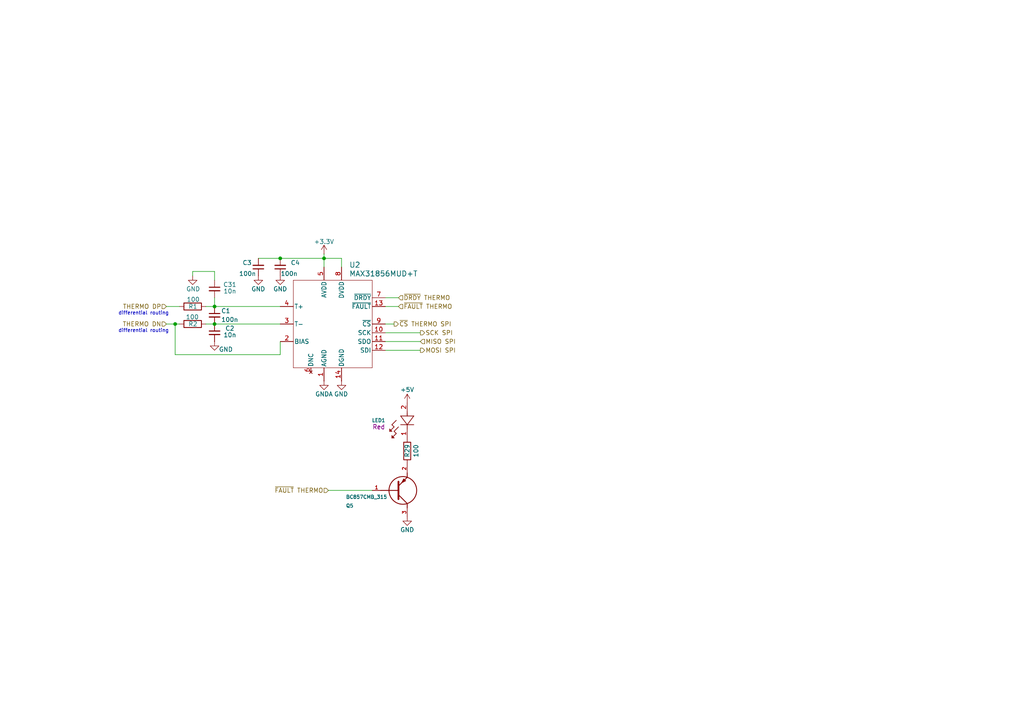
<source format=kicad_sch>
(kicad_sch (version 20250114) (generator "eeschema") (generator_version "9.0")
  (paper "A4")
  (lib_symbols
    (symbol "BC857CMB_315:BC857CMB_315" (pin_names (offset 1.016))
      (property "Reference" "Q" (at 3.81 1.27 0))
      (property "Value" "BC857CMB_315" (at 3.81 -1.27 0))
      (symbol "BC857CMB_315_0_0"
        (polyline (pts (xy -7.62 0) (xy -2.54 0)) (stroke (width 0.254)))
        (polyline (pts (xy -2.54 2.54) (xy -2.54 -2.54)) (stroke (width 0.508)))
        (polyline (pts (xy -2.54 1.27) (xy 0 3.81)) (stroke (width 0.254)))
        (polyline (pts (xy -2.54 -1.27) (xy 0 -3.81)) (stroke (width 0.254)))
        (circle (center -1.27 0) (radius 4.016) (stroke (width 0.254)))
        (polyline (pts (xy -0.508 -2.794) (xy -1.016 -3.302) (xy -1.524 -2.286) (xy -0.508 -2.794)) (stroke (width 0.254)) (fill (type outline)))
        (polyline (pts (xy 0 3.81) (xy 0 5.08)) (stroke (width 0.254)))
        (polyline (pts (xy 0 -3.81) (xy 0 -5.08)) (stroke (width 0.254)))
        (pin passive line (at -10.16 0 0) (length 2.54) (name "~") (number "1"))
        (pin passive line (at 0 7.62 270) (length 2.54) (name "~") (number "3"))
        (pin passive line (at 0 -7.62 90) (length 2.54) (name "~") (number "2"))
      )
    )
    (symbol "Device:C_Small" (pin_numbers (hide yes)) (pin_names (offset 0.254) (hide yes))
      (property "Reference" "C" (at 0.254 1.778 0))
      (property "Value" "C_Small" (at 0.254 -2.032 0))
      (symbol "C_Small_0_1"
        (polyline (pts (xy -1.524 0.508) (xy 1.524 0.508)) (stroke (width 0.3048)))
        (polyline (pts (xy -1.524 -0.508) (xy 1.524 -0.508)) (stroke (width 0.3302)))
      )
      (symbol "C_Small_1_1"
        (pin passive line (at 0 2.54 270) (length 2.032) (name "~") (number "1"))
        (pin passive line (at 0 -2.54 90) (length 2.032) (name "~") (number "2"))
      )
    )
    (symbol "Device:R" (pin_numbers (hide yes)) (pin_names (offset 0))
      (property "Reference" "R" (at 2.032 0 90))
      (property "Value" "R" (at 0 0 90))
      (symbol "R_0_1"
        (rectangle (start -1.016 -2.54) (end 1.016 2.54) (stroke (width 0.254)))
      )
      (symbol "R_1_1"
        (pin passive line (at 0 3.81 270) (length 1.27) (name "~") (number "1"))
        (pin passive line (at 0 -3.81 90) (length 1.27) (name "~") (number "2"))
      )
    )
    (symbol "MAX31856MUD-T:MAX31856MUD+T" (pin_names (offset 0.254))
      (property "Reference" "U" (at 19.05 22.606 0))
      (property "Value" "MAX31856MUD+T" (at 19.812 19.812 0))
      (symbol "MAX31856MUD+T_0_1"
        (polyline (pts (xy 7.62 5.08) (xy 7.62 -20.32)) (stroke (width 0.127)))
        (polyline (pts (xy 7.62 -20.32) (xy 30.48 -20.32)) (stroke (width 0.127)))
        (polyline (pts (xy 30.48 5.08) (xy 7.62 5.08)) (stroke (width 0.127)))
        (polyline (pts (xy 30.48 -20.32) (xy 30.48 5.08)) (stroke (width 0.127)))
      )
      (symbol "MAX31856MUD+T_1_1"
        (pin passive line (at 3.81 -2.54 0) (length 3.81) (name "T+") (number "4"))
        (pin passive line (at 3.81 -7.62 0) (length 3.81) (name "T-") (number "3"))
        (pin passive line (at 3.81 -12.7 0) (length 3.81) (name "BIAS") (number "2"))
        (pin no_connect line (at 12.7 -21.59 90) (length 1.27) (name "DNC") (number "6"))
        (pin passive line (at 16.51 8.89 270) (length 3.81) (name "AVDD") (number "5"))
        (pin passive line (at 16.51 -24.13 90) (length 3.81) (name "AGND") (number "1"))
        (pin passive line (at 21.59 8.89 270) (length 3.81) (name "DVDD") (number "8"))
        (pin passive line (at 21.59 -24.13 90) (length 3.81) (name "DGND") (number "14"))
        (pin passive line (at 34.29 0 180) (length 3.81) (name "~{DRDY}") (number "7"))
        (pin passive line (at 34.29 -2.54 180) (length 3.81) (name "~{FAULT}") (number "13"))
        (pin passive line (at 34.29 -7.62 180) (length 3.81) (name "~{CS}") (number "9"))
        (pin passive line (at 34.29 -10.16 180) (length 3.81) (name "SCK") (number "10"))
        (pin passive line (at 34.29 -12.7 180) (length 3.81) (name "SDO") (number "11"))
        (pin passive line (at 34.29 -15.24 180) (length 3.81) (name "SDI") (number "12"))
      )
    )
    (symbol "VLMS1500-GS08:VLMS1500-GS08" (pin_names (offset 0.254))
      (property "Reference" "LED" (at 5.08 -4.445 0))
      (property "Value" "VLMS1500-GS08" (at 5.08 -7.62 0))
      (symbol "VLMS1500-GS08_0_1"
        (polyline (pts (xy 2.54 0) (xy 3.4798 0)) (stroke (width 0.2032)))
        (polyline (pts (xy 3.175 0) (xy 3.81 0)) (stroke (width 0.2032)))
        (polyline (pts (xy 3.81 1.905) (xy 3.81 -1.905)) (stroke (width 0.2032)))
        (polyline (pts (xy 3.81 -1.905) (xy 6.35 0)) (stroke (width 0.2032)))
        (polyline (pts (xy 5.08 3.175) (xy 6.35 4.445)) (stroke (width 0.2032)))
        (polyline (pts (xy 6.35 4.445) (xy 6.985 3.81)) (stroke (width 0.2032)))
        (polyline (pts (xy 6.35 0) (xy 3.81 1.905)) (stroke (width 0.2032)))
        (polyline (pts (xy 6.35 0) (xy 7.62 0)) (stroke (width 0.2032)))
        (polyline (pts (xy 6.35 -1.905) (xy 6.35 1.905)) (stroke (width 0.2032)))
        (polyline (pts (xy 6.985 3.81) (xy 8.255 5.08)) (stroke (width 0.2032)))
        (polyline (pts (xy 6.985 2.54) (xy 8.255 3.81)) (stroke (width 0.2032)))
        (polyline (pts (xy 7.62 5.08) (xy 8.255 4.445)) (stroke (width 0.2032)))
        (polyline (pts (xy 8.255 5.08) (xy 7.62 5.08)) (stroke (width 0.2032)))
        (polyline (pts (xy 8.255 4.445) (xy 8.255 5.08)) (stroke (width 0.2032)))
        (polyline (pts (xy 8.255 3.81) (xy 8.89 3.175)) (stroke (width 0.2032)))
        (polyline (pts (xy 8.89 3.175) (xy 10.16 4.445)) (stroke (width 0.2032)))
        (polyline (pts (xy 9.525 4.445) (xy 10.16 3.81)) (stroke (width 0.2032)))
        (polyline (pts (xy 10.16 4.445) (xy 9.525 4.445)) (stroke (width 0.2032)))
        (polyline (pts (xy 10.16 3.81) (xy 10.16 4.445)) (stroke (width 0.2032)))
        (pin passive line (at 0 0 0) (length 2.54) (name "") (number "2"))
        (pin passive line (at 10.16 0 180) (length 2.54) (name "") (number "1"))
      )
    )
    (symbol "power:+3.3V" (power) (pin_numbers (hide yes)) (pin_names (offset 0) (hide yes))
      (property "Value" "+3.3V" (at 0 3.556 0))
      (symbol "+3.3V_0_1"
        (polyline (pts (xy -0.762 1.27) (xy 0 2.54)))
        (polyline (pts (xy 0 2.54) (xy 0.762 1.27)))
        (polyline (pts (xy 0 0) (xy 0 2.54)))
      )
      (symbol "+3.3V_1_1"
        (pin power_in line (at 0 0 90) (length 0) (name "~") (number "1"))
      )
    )
    (symbol "power:+5V" (power) (pin_numbers (hide yes)) (pin_names (offset 0) (hide yes))
      (property "Value" "+5V" (at 0 3.556 0))
      (symbol "+5V_0_1"
        (polyline (pts (xy -0.762 1.27) (xy 0 2.54)))
        (polyline (pts (xy 0 2.54) (xy 0.762 1.27)))
        (polyline (pts (xy 0 0) (xy 0 2.54)))
      )
      (symbol "+5V_1_1"
        (pin power_in line (at 0 0 90) (length 0) (name "~") (number "1"))
      )
    )
    (symbol "power:GND" (power) (pin_numbers (hide yes)) (pin_names (offset 0) (hide yes))
      (property "Value" "GND" (at 0 -3.81 0))
      (symbol "GND_0_1"
        (polyline (pts (xy 0 0) (xy 0 -1.27) (xy 1.27 -1.27) (xy 0 -2.54) (xy -1.27 -1.27) (xy 0 -1.27)))
      )
      (symbol "GND_1_1"
        (pin power_in line (at 0 0 270) (length 0) (name "~") (number "1"))
      )
    )
    (symbol "power:GNDA" (power) (pin_numbers (hide yes)) (pin_names (offset 0) (hide yes))
      (property "Value" "GNDA" (at 0 -3.81 0))
      (symbol "GNDA_0_1"
        (polyline (pts (xy 0 0) (xy 0 -1.27) (xy 1.27 -1.27) (xy 0 -2.54) (xy -1.27 -1.27) (xy 0 -1.27)))
      )
      (symbol "GNDA_1_1"
        (pin power_in line (at 0 0 270) (length 0) (name "~") (number "1"))
      )
    )
  )
  (text "differential routing\n" (at 41.656 90.932 0) (effects (font (size 1.016 1.016))))
  (text "differential routing\n" (at 41.656 96.012 0) (effects (font (size 1.016 1.016))))
  (junction (at 62.23 93.98))
  (junction (at 62.23 88.9))
  (junction (at 81.28 74.93))
  (junction (at 93.98 74.93))
  (junction (at 50.8 93.98))
  (wire (pts (xy 50.8 102.87) (xy 50.8 93.98)))
  (wire (pts (xy 111.76 93.98) (xy 114.3 93.98)))
  (wire (pts (xy 81.28 74.93) (xy 93.98 74.93)))
  (wire (pts (xy 111.76 101.6) (xy 121.92 101.6)))
  (wire (pts (xy 111.76 99.06) (xy 121.92 99.06)))
  (wire (pts (xy 74.93 74.93) (xy 81.28 74.93)))
  (wire (pts (xy 55.88 80.01) (xy 55.88 78.74)))
  (wire (pts (xy 48.26 88.9) (xy 52.07 88.9)))
  (wire (pts (xy 55.88 78.74) (xy 62.23 78.74)))
  (wire (pts (xy 48.26 93.98) (xy 50.8 93.98)))
  (wire (pts (xy 62.23 93.98) (xy 81.28 93.98)))
  (wire (pts (xy 62.23 86.36) (xy 62.23 88.9)))
  (wire (pts (xy 93.98 74.93) (xy 99.06 74.93)))
  (wire (pts (xy 111.76 86.36) (xy 115.57 86.36)))
  (wire (pts (xy 81.28 99.06) (xy 81.28 102.87)))
  (wire (pts (xy 111.76 88.9) (xy 115.57 88.9)))
  (wire (pts (xy 95.25 142.24) (xy 107.95 142.24)))
  (wire (pts (xy 93.98 73.66) (xy 93.98 74.93)))
  (wire (pts (xy 59.69 93.98) (xy 62.23 93.98)))
  (wire (pts (xy 62.23 78.74) (xy 62.23 81.28)))
  (wire (pts (xy 111.76 96.52) (xy 121.92 96.52)))
  (wire (pts (xy 93.98 74.93) (xy 93.98 77.47)))
  (wire (pts (xy 59.69 88.9) (xy 62.23 88.9)))
  (wire (pts (xy 99.06 74.93) (xy 99.06 77.47)))
  (wire (pts (xy 50.8 93.98) (xy 52.07 93.98)))
  (wire (pts (xy 81.28 102.87) (xy 50.8 102.87)))
  (wire (pts (xy 62.23 88.9) (xy 81.28 88.9)))
  (hierarchical_label "MOSI SPI" (shape output) (at 121.92 101.6 0))
  (hierarchical_label "~{DRDY} THERMO" (shape input) (at 115.57 86.36 0))
  (hierarchical_label "~{FAULT} THERMO" (shape input) (at 115.57 88.9 0))
  (hierarchical_label "~{FAULT} THERMO" (shape input) (at 95.25 142.24 180))
  (hierarchical_label "SCK SPI" (shape output) (at 121.92 96.52 0))
  (hierarchical_label "MISO SPI" (shape input) (at 121.92 99.06 0))
  (hierarchical_label "~{CS} THERMO SPI" (shape output) (at 114.3 93.98 0))
  (hierarchical_label "THERMO DP" (shape input) (at 48.26 88.9 180))
  (hierarchical_label "THERMO DN" (shape input) (at 48.26 93.98 180))
  (symbol (lib_id "VLMS1500-GS08:VLMS1500-GS08") (at 118.11 116.84 90) (mirror x) (unit 1)
    (property "Reference" "LED1" (at 111.76 121.9199 90) (effects (font (size 1.016 1.016)) (justify left)))
    (property "Value" "VLMS1500-GS08" (effects (hide yes)))
    (property "Footprint" "LED-Red_VLMS1500-GS08:LED_00-GS08_VIS_RED" (effects (hide yes)))
    (property "Datasheet" "VLMS1500-GS08" (effects (hide yes)))
    (property "Description" "Red" (at 109.855 123.825 90))
    (instances (project "Hydra Breakout" (path "" (reference "LED1") (unit 1)) (path "" (reference "LED3") (unit 1)) (path "" (reference "LED2") (unit 1))))
  )
  (symbol (lib_id "power:GND") (at 62.23 99.06 0) (unit 1)
    (property "Reference" "#PWR01" (effects (hide yes)))
    (property "Value" "GND" (at 67.564 101.346 0) (effects (justify right)))
    (property "Description" "Power symbol creates a global label with name \"GND\" , ground" (effects (hide yes)))
    (instances (project "Hydra Breakout" (path "" (reference "#PWR01") (unit 1)) (path "" (reference "#PWR017") (unit 1)) (path "" (reference "#PWR07") (unit 1))))
  )
  (symbol (lib_id "power:GND") (at 55.88 80.01 0) (mirror y) (unit 1)
    (property "Reference" "#PWR04" (effects (hide yes)))
    (property "Value" "GND" (at 53.975 83.82 0) (effects (justify right)))
    (property "Description" "Power symbol creates a global label with name \"GND\" , ground" (effects (hide yes)))
    (instances (project "Hydra Breakout" (path "" (reference "#PWR04") (unit 1)) (path "" (reference "#PWR014") (unit 1)) (path "" (reference "#PWR05") (unit 1))))
  )
  (symbol (lib_id "power:GND") (at 99.06 110.49 0) (unit 1)
    (property "Reference" "#PWR0158" (effects (hide yes)))
    (property "Value" "GND" (at 100.965 114.3 0) (effects (justify right)))
    (property "Description" "Power symbol creates a global label with name \"GND\" , ground" (effects (hide yes)))
    (instances (project "Hydra Breakout" (path "" (reference "#PWR0158") (unit 1)) (path "" (reference "#PWR0160") (unit 1)) (path "" (reference "#PWR0159") (unit 1))))
  )
  (symbol (lib_id "power:GNDA") (at 93.98 110.49 0) (unit 1)
    (property "Reference" "#PWR030" (effects (hide yes)))
    (property "Value" "GNDA" (at 93.98 114.3 0))
    (property "Description" "Power symbol creates a global label with name \"GNDA\" , analog ground" (effects (hide yes)))
    (instances (project "Hydra Breakout" (path "" (reference "#PWR030") (unit 1)) (path "" (reference "#PWR036") (unit 1)) (path "" (reference "#PWR033") (unit 1))))
  )
  (symbol (lib_id "power:GND") (at 74.93 80.01 0) (unit 1)
    (property "Reference" "#PWR02" (effects (hide yes)))
    (property "Value" "GND" (at 76.962 83.82 0) (effects (justify right)))
    (property "Description" "Power symbol creates a global label with name \"GND\" , ground" (effects (hide yes)))
    (instances (project "Hydra Breakout" (path "" (reference "#PWR02") (unit 1)) (path "" (reference "#PWR018") (unit 1)) (path "" (reference "#PWR08") (unit 1))))
  )
  (symbol (lib_id "Device:R") (at 55.88 88.9 270) (unit 1)
    (property "Reference" "R1" (at 54.61 88.9 90) (effects (justify left)))
    (property "Value" "100" (at 54.102 86.868 90) (effects (justify left)))
    (property "Footprint" "Capacitor-0603:Capacitor_0603" (effects (hide yes)))
    (property "Description" "Resistor" (effects (hide yes)))
    (instances (project "Hydra Breakout" (path "" (reference "R1") (unit 1)) (path "" (reference "R10") (unit 1)) (path "" (reference "R4") (unit 1))))
  )
  (symbol (lib_id "Device:C_Small") (at 81.28 77.47 180) (unit 1)
    (property "Reference" "C4" (at 86.995 76.2 0) (effects (justify left)))
    (property "Value" "100n" (at 86.36 79.375 0) (effects (justify left)))
    (property "Footprint" "Capacitor-0603:Capacitor_0603" (effects (hide yes)))
    (property "Description" "Unpolarized capacitor, small symbol" (effects (hide yes)))
    (instances (project "Hydra Breakout" (path "" (reference "C4") (unit 1)) (path "" (reference "C13") (unit 1)) (path "" (reference "C8") (unit 1))))
  )
  (symbol (lib_id "power:+3.3V") (at 93.98 73.66 0) (unit 1)
    (property "Reference" "#PWR06" (effects (hide yes)))
    (property "Value" "+3.3V" (at 93.98 70.104 0))
    (property "Description" "Power symbol creates a global label with name \"+3.3V\"" (effects (hide yes)))
    (instances (project "Hydra Breakout" (path "" (reference "#PWR06") (unit 1)) (path "" (reference "#PWR020") (unit 1)) (path "" (reference "#PWR012") (unit 1))))
  )
  (symbol (lib_id "Device:R") (at 55.88 93.98 270) (unit 1)
    (property "Reference" "R2" (at 54.61 93.98 90) (effects (justify left)))
    (property "Value" "100" (at 53.848 91.948 90) (effects (justify left)))
    (property "Footprint" "Capacitor-0603:Capacitor_0603" (effects (hide yes)))
    (property "Description" "Resistor" (effects (hide yes)))
    (instances (project "Hydra Breakout" (path "" (reference "R2") (unit 1)) (path "" (reference "R11") (unit 1)) (path "" (reference "R5") (unit 1))))
  )
  (symbol (lib_id "Device:C_Small") (at 62.23 83.82 0) (unit 1)
    (property "Reference" "C31" (at 66.675 82.55 0))
    (property "Value" "10n" (at 66.675 84.455 0))
    (property "Footprint" "Capacitor-0603:Capacitor_0603" (effects (hide yes)))
    (property "Description" "Unpolarized capacitor, small symbol" (effects (hide yes)))
    (instances (project "Hydra Breakout" (path "" (reference "C31") (unit 1)) (path "" (reference "C34") (unit 1)) (path "" (reference "C32") (unit 1))))
  )
  (symbol (lib_id "BC857CMB_315:BC857CMB_315") (at 118.11 142.24 0) (mirror x) (unit 1)
    (property "Reference" "Q5" (at 100.33 146.685 0) (effects (font (size 1.016 1.016)) (justify left)))
    (property "Value" "BC857CMB_315" (at 100.33 144.145 0) (effects (font (size 1.016 1.016)) (justify left)))
    (property "Footprint" "PNP_BC857CMB_315:TRANS_PMZB550UNEYL" (effects (hide yes)))
    (instances (project "Hydra Breakout" (path "" (reference "Q5") (unit 1)) (path "" (reference "Q7") (unit 1)) (path "" (reference "Q6") (unit 1))))
  )
  (symbol (lib_id "Device:C_Small") (at 74.93 77.47 180) (unit 1)
    (property "Reference" "C3" (at 73.025 76.2 0) (effects (justify left)))
    (property "Value" "100n" (at 74.295 79.375 0) (effects (justify left)))
    (property "Footprint" "Capacitor-0603:Capacitor_0603" (effects (hide yes)))
    (property "Description" "Unpolarized capacitor, small symbol" (effects (hide yes)))
    (instances (project "Hydra Breakout" (path "" (reference "C3") (unit 1)) (path "" (reference "C12") (unit 1)) (path "" (reference "C7") (unit 1))))
  )
  (symbol (lib_id "Device:R") (at 118.11 130.81 180) (unit 1)
    (property "Reference" "R29" (at 118.11 132.715 90) (effects (justify right)))
    (property "Value" "100" (at 120.65 132.715 90) (effects (justify right)))
    (property "Footprint" "Capacitor-0603:Capacitor_0603" (effects (hide yes)))
    (property "Description" "Resistor" (effects (hide yes)))
    (instances (project "Hydra Breakout" (path "" (reference "R29") (unit 1)) (path "" (reference "R32") (unit 1)) (path "" (reference "R30") (unit 1))))
  )
  (symbol (lib_id "power:+5V") (at 118.11 116.84 0) (unit 1)
    (property "Reference" "#PWR041" (effects (hide yes)))
    (property "Value" "+5V" (at 118.11 113.03 0))
    (property "Description" "Power symbol creates a global label with name \"+5V\"" (effects (hide yes)))
    (instances (project "Hydra Breakout" (path "" (reference "#PWR041") (unit 1)) (path "" (reference "#PWR045") (unit 1)) (path "" (reference "#PWR044") (unit 1))))
  )
  (symbol (lib_id "MAX31856MUD-T:MAX31856MUD+T") (at 77.47 86.36 0) (unit 1)
    (property "Reference" "U2" (at 101.2541 76.835 0) (effects (font (size 1.524 1.524)) (justify left)))
    (property "Value" "MAX31856MUD+T" (at 101.2541 79.375 0) (effects (font (size 1.524 1.524)) (justify left)))
    (property "Footprint" "Thermocouple:21-0066J_14_MXM" (effects (hide yes)))
    (property "Datasheet" "MAX31856MUD+T" (effects (hide yes)))
    (instances (project "Hydra Breakout" (path "" (reference "U2") (unit 1)) (path "" (reference "U7") (unit 1)) (path "" (reference "U3") (unit 1))))
  )
  (symbol (lib_id "power:GND") (at 81.28 80.01 0) (unit 1)
    (property "Reference" "#PWR03" (effects (hide yes)))
    (property "Value" "GND" (at 83.312 83.82 0) (effects (justify right)))
    (property "Description" "Power symbol creates a global label with name \"GND\" , ground" (effects (hide yes)))
    (instances (project "Hydra Breakout" (path "" (reference "#PWR03") (unit 1)) (path "" (reference "#PWR019") (unit 1)) (path "" (reference "#PWR09") (unit 1))))
  )
  (symbol (lib_id "Device:C_Small") (at 62.23 96.52 0) (unit 1)
    (property "Reference" "C2" (at 66.675 95.25 0))
    (property "Value" "10n" (at 66.675 97.155 0))
    (property "Footprint" "Capacitor-0603:Capacitor_0603" (effects (hide yes)))
    (property "Description" "Unpolarized capacitor, small symbol" (effects (hide yes)))
    (instances (project "Hydra Breakout" (path "" (reference "C2") (unit 1)) (path "" (reference "C11") (unit 1)) (path "" (reference "C6") (unit 1))))
  )
  (symbol (lib_id "power:GND") (at 118.11 149.86 0) (unit 1)
    (property "Reference" "#PWR089" (effects (hide yes)))
    (property "Value" "GND" (at 118.11 153.67 0))
    (property "Description" "Power symbol creates a global label with name \"GND\" , ground" (effects (hide yes)))
    (instances (project "Hydra Breakout" (path "" (reference "#PWR089") (unit 1)) (path "" (reference "#PWR092") (unit 1)) (path "" (reference "#PWR091") (unit 1))))
  )
  (symbol (lib_id "Device:C_Small") (at 62.23 91.44 0) (unit 1)
    (property "Reference" "C1" (at 64.135 90.17 0) (effects (justify left)))
    (property "Value" "100n" (at 64.135 92.71 0) (effects (justify left)))
    (property "Footprint" "Capacitor-0603:Capacitor_0603" (effects (hide yes)))
    (property "Description" "Unpolarized capacitor, small symbol" (effects (hide yes)))
    (instances (project "Hydra Breakout" (path "" (reference "C1") (unit 1)) (path "" (reference "C9") (unit 1)) (path "" (reference "C5") (unit 1))))
  )
)
</source>
